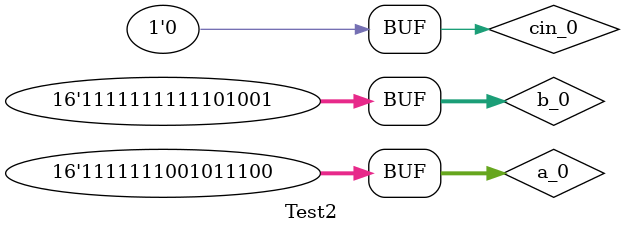
<source format=v>
`timescale 1ns / 1ps


module Test2(
    
    );
    reg[15:0] a_0, b_0;
    reg cin_0;
    wire GUAT_G_0, GUAT_P_0, o4_0;
    wire[15:0] a_1;
    Schema_wrapper test2(GUAT_G_0, GUAT_P_0, a_0, a_1, b_0, cin_0, o4_0);
    
    initial begin
    cin_0 = 1'b0; a_0 = 9669; b_0 = 31;
    #250 cin_0 = 1'b1; a_0 = 1234; b_0 = -23;
    #250 a_0 = -666; b_0 = 66;
    #250 cin_0 = 0; a_0 = -420; b_0 = -23;
    end
    
    
endmodule

</source>
